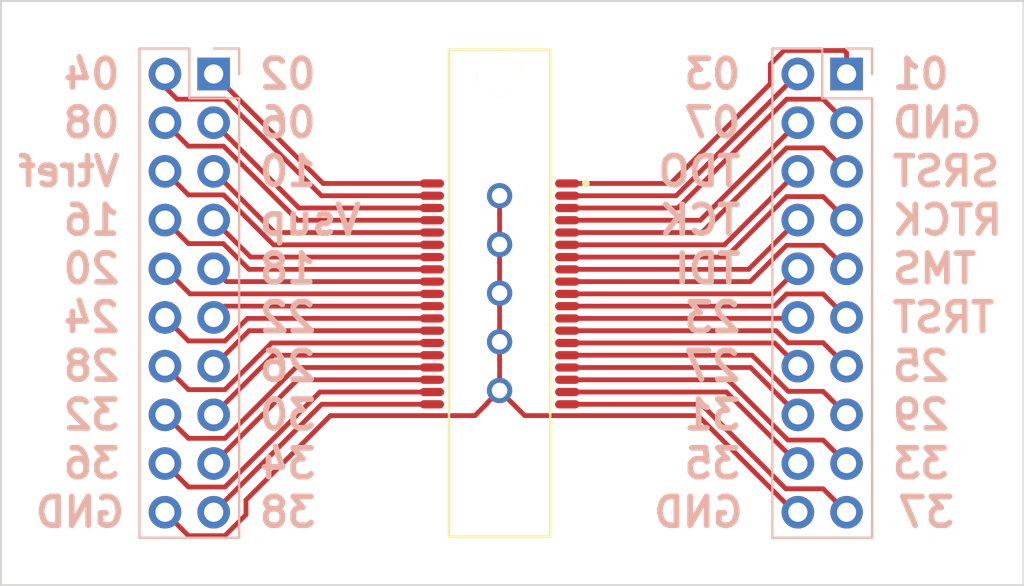
<source format=kicad_pcb>
(kicad_pcb (version 20171130) (host pcbnew 5.0.2-5.fc29)

  (general
    (thickness 1.6002)
    (drawings 44)
    (tracks 153)
    (zones 0)
    (modules 3)
    (nets 40)
  )

  (page USLetter)
  (layers
    (0 Top signal)
    (31 Bottom signal)
    (34 B.Paste user)
    (35 F.Paste user)
    (36 B.SilkS user)
    (37 F.SilkS user)
    (38 B.Mask user)
    (39 F.Mask user)
    (44 Edge.Cuts user)
    (45 Margin user)
    (46 B.CrtYd user)
    (47 F.CrtYd user)
  )

  (setup
    (last_trace_width 0.25)
    (user_trace_width 0.1524)
    (user_trace_width 0.254)
    (user_trace_width 0.381)
    (user_trace_width 0.508)
    (trace_clearance 0.25)
    (zone_clearance 0.508)
    (zone_45_only no)
    (trace_min 0.1524)
    (segment_width 0.2)
    (edge_width 0.1)
    (via_size 0.8)
    (via_drill 0.4)
    (via_min_size 0.508)
    (via_min_drill 0.254)
    (user_via 1.905 0.254)
    (uvia_size 0.3)
    (uvia_drill 0.1)
    (uvias_allowed no)
    (uvia_min_size 0.2)
    (uvia_min_drill 0.1)
    (pcb_text_width 0.3)
    (pcb_text_size 1.5 1.5)
    (mod_edge_width 0.15)
    (mod_text_size 1 1)
    (mod_text_width 0.15)
    (pad_size 0.43 1.27)
    (pad_drill 0)
    (pad_to_mask_clearance 0.0508)
    (aux_axis_origin 0 0)
    (visible_elements FFFFFF7F)
    (pcbplotparams
      (layerselection 0x010fc_ffffffff)
      (usegerberextensions false)
      (usegerberattributes false)
      (usegerberadvancedattributes false)
      (creategerberjobfile false)
      (excludeedgelayer true)
      (linewidth 0.100000)
      (plotframeref false)
      (viasonmask false)
      (mode 1)
      (useauxorigin false)
      (hpglpennumber 1)
      (hpglpenspeed 20)
      (hpglpendiameter 15.000000)
      (psnegative false)
      (psa4output false)
      (plotreference true)
      (plotvalue true)
      (plotinvisibletext false)
      (padsonsilk false)
      (subtractmaskfromsilk false)
      (outputformat 1)
      (mirror false)
      (drillshape 1)
      (scaleselection 1)
      (outputdirectory ""))
  )

  (net 0 "")
  (net 1 "Net-(J1-Pad39)")
  (net 2 "Net-(J1-Pad37)")
  (net 3 "Net-(J1-Pad35)")
  (net 4 "Net-(J1-Pad33)")
  (net 5 "Net-(J1-Pad31)")
  (net 6 "Net-(J1-Pad29)")
  (net 7 "Net-(J1-Pad27)")
  (net 8 "Net-(J1-Pad25)")
  (net 9 "Net-(J1-Pad23)")
  (net 10 "Net-(J1-Pad21)")
  (net 11 "Net-(J1-Pad19)")
  (net 12 "Net-(J1-Pad17)")
  (net 13 "Net-(J1-Pad15)")
  (net 14 "Net-(J1-Pad13)")
  (net 15 "Net-(J1-Pad11)")
  (net 16 "Net-(J1-Pad9)")
  (net 17 "Net-(J1-Pad7)")
  (net 18 "Net-(J1-Pad5)")
  (net 19 "Net-(J1-Pad3)")
  (net 20 "Net-(J1-Pad1)")
  (net 21 "Net-(J2-Pad2)")
  (net 22 "Net-(J2-Pad4)")
  (net 23 "Net-(J2-Pad6)")
  (net 24 "Net-(J2-Pad8)")
  (net 25 "Net-(J2-Pad10)")
  (net 26 "Net-(J2-Pad12)")
  (net 27 "Net-(J2-Pad14)")
  (net 28 "Net-(J2-Pad16)")
  (net 29 "Net-(J2-Pad18)")
  (net 30 "Net-(J2-Pad20)")
  (net 31 "Net-(J2-Pad22)")
  (net 32 "Net-(J2-Pad24)")
  (net 33 "Net-(J2-Pad26)")
  (net 34 "Net-(J2-Pad28)")
  (net 35 "Net-(J2-Pad30)")
  (net 36 "Net-(J2-Pad32)")
  (net 37 "Net-(J2-Pad34)")
  (net 38 "Net-(J2-Pad36)")
  (net 39 "Net-(J2-Pad38)")

  (net_class Default "This is the default net class."
    (clearance 0.25)
    (trace_width 0.25)
    (via_dia 0.8)
    (via_drill 0.4)
    (uvia_dia 0.3)
    (uvia_drill 0.1)
    (add_net "Net-(J1-Pad1)")
    (add_net "Net-(J1-Pad11)")
    (add_net "Net-(J1-Pad13)")
    (add_net "Net-(J1-Pad15)")
    (add_net "Net-(J1-Pad17)")
    (add_net "Net-(J1-Pad19)")
    (add_net "Net-(J1-Pad21)")
    (add_net "Net-(J1-Pad23)")
    (add_net "Net-(J1-Pad25)")
    (add_net "Net-(J1-Pad27)")
    (add_net "Net-(J1-Pad29)")
    (add_net "Net-(J1-Pad3)")
    (add_net "Net-(J1-Pad31)")
    (add_net "Net-(J1-Pad33)")
    (add_net "Net-(J1-Pad35)")
    (add_net "Net-(J1-Pad37)")
    (add_net "Net-(J1-Pad39)")
    (add_net "Net-(J1-Pad5)")
    (add_net "Net-(J1-Pad7)")
    (add_net "Net-(J1-Pad9)")
    (add_net "Net-(J2-Pad10)")
    (add_net "Net-(J2-Pad12)")
    (add_net "Net-(J2-Pad14)")
    (add_net "Net-(J2-Pad16)")
    (add_net "Net-(J2-Pad18)")
    (add_net "Net-(J2-Pad2)")
    (add_net "Net-(J2-Pad20)")
    (add_net "Net-(J2-Pad22)")
    (add_net "Net-(J2-Pad24)")
    (add_net "Net-(J2-Pad26)")
    (add_net "Net-(J2-Pad28)")
    (add_net "Net-(J2-Pad30)")
    (add_net "Net-(J2-Pad32)")
    (add_net "Net-(J2-Pad34)")
    (add_net "Net-(J2-Pad36)")
    (add_net "Net-(J2-Pad38)")
    (add_net "Net-(J2-Pad4)")
    (add_net "Net-(J2-Pad6)")
    (add_net "Net-(J2-Pad8)")
  )

  (module harman:PinHeader_2x10_P2.54mm_Vertical_Odd (layer Bottom) (tedit 5C959D3E) (tstamp 5CA240D7)
    (at 150.790001 74.930001 180)
    (descr "Through hole straight pin header, 2x10, 2.54mm pitch, double rows")
    (tags "Through hole pin header THT 2x10 2.54mm double row")
    (path /5C923486)
    (fp_text reference J1 (at 1.27 2.33 180) (layer B.SilkS) hide
      (effects (font (size 1 1) (thickness 0.15)) (justify mirror))
    )
    (fp_text value Conn_02x10_Odd (at 1.27 -25.19 180) (layer B.Fab)
      (effects (font (size 1 1) (thickness 0.15)) (justify mirror))
    )
    (fp_line (start 0 1.27) (end 3.81 1.27) (layer B.Fab) (width 0.1))
    (fp_line (start 3.81 1.27) (end 3.81 -24.13) (layer B.Fab) (width 0.1))
    (fp_line (start 3.81 -24.13) (end -1.27 -24.13) (layer B.Fab) (width 0.1))
    (fp_line (start -1.27 -24.13) (end -1.27 0) (layer B.Fab) (width 0.1))
    (fp_line (start -1.27 0) (end 0 1.27) (layer B.Fab) (width 0.1))
    (fp_line (start -1.33 -24.19) (end 3.87 -24.19) (layer B.SilkS) (width 0.12))
    (fp_line (start -1.33 -1.27) (end -1.33 -24.19) (layer B.SilkS) (width 0.12))
    (fp_line (start 3.87 1.33) (end 3.87 -24.19) (layer B.SilkS) (width 0.12))
    (fp_line (start -1.33 -1.27) (end 1.27 -1.27) (layer B.SilkS) (width 0.12))
    (fp_line (start 1.27 -1.27) (end 1.27 1.33) (layer B.SilkS) (width 0.12))
    (fp_line (start 1.27 1.33) (end 3.87 1.33) (layer B.SilkS) (width 0.12))
    (fp_line (start -1.33 0) (end -1.33 1.33) (layer B.SilkS) (width 0.12))
    (fp_line (start -1.33 1.33) (end 0 1.33) (layer B.SilkS) (width 0.12))
    (fp_line (start -1.8 1.8) (end -1.8 -24.65) (layer B.CrtYd) (width 0.05))
    (fp_line (start -1.8 -24.65) (end 4.35 -24.65) (layer B.CrtYd) (width 0.05))
    (fp_line (start 4.35 -24.65) (end 4.35 1.8) (layer B.CrtYd) (width 0.05))
    (fp_line (start 4.35 1.8) (end -1.8 1.8) (layer B.CrtYd) (width 0.05))
    (fp_text user %R (at 1.27 -11.43 90) (layer B.Fab)
      (effects (font (size 1 1) (thickness 0.15)) (justify mirror))
    )
    (pad 1 thru_hole rect (at 0 0 180) (size 1.7 1.7) (drill 1) (layers *.Cu *.Mask)
      (net 20 "Net-(J1-Pad1)"))
    (pad 3 thru_hole oval (at 2.54 0 180) (size 1.7 1.7) (drill 1) (layers *.Cu *.Mask)
      (net 19 "Net-(J1-Pad3)"))
    (pad 5 thru_hole oval (at 0 -2.54 180) (size 1.7 1.7) (drill 1) (layers *.Cu *.Mask)
      (net 18 "Net-(J1-Pad5)"))
    (pad 7 thru_hole oval (at 2.54 -2.54 180) (size 1.7 1.7) (drill 1) (layers *.Cu *.Mask)
      (net 17 "Net-(J1-Pad7)"))
    (pad 9 thru_hole oval (at 0 -5.08 180) (size 1.7 1.7) (drill 1) (layers *.Cu *.Mask)
      (net 16 "Net-(J1-Pad9)"))
    (pad 11 thru_hole oval (at 2.54 -5.08 180) (size 1.7 1.7) (drill 1) (layers *.Cu *.Mask)
      (net 15 "Net-(J1-Pad11)"))
    (pad 13 thru_hole oval (at 0 -7.62 180) (size 1.7 1.7) (drill 1) (layers *.Cu *.Mask)
      (net 14 "Net-(J1-Pad13)"))
    (pad 15 thru_hole oval (at 2.54 -7.62 180) (size 1.7 1.7) (drill 1) (layers *.Cu *.Mask)
      (net 13 "Net-(J1-Pad15)"))
    (pad 17 thru_hole oval (at 0 -10.16 180) (size 1.7 1.7) (drill 1) (layers *.Cu *.Mask)
      (net 12 "Net-(J1-Pad17)"))
    (pad 19 thru_hole oval (at 2.54 -10.16 180) (size 1.7 1.7) (drill 1) (layers *.Cu *.Mask)
      (net 11 "Net-(J1-Pad19)"))
    (pad 21 thru_hole oval (at 0 -12.7 180) (size 1.7 1.7) (drill 1) (layers *.Cu *.Mask)
      (net 10 "Net-(J1-Pad21)"))
    (pad 23 thru_hole oval (at 2.54 -12.7 180) (size 1.7 1.7) (drill 1) (layers *.Cu *.Mask)
      (net 9 "Net-(J1-Pad23)"))
    (pad 25 thru_hole oval (at 0 -15.24 180) (size 1.7 1.7) (drill 1) (layers *.Cu *.Mask)
      (net 8 "Net-(J1-Pad25)"))
    (pad 27 thru_hole oval (at 2.54 -15.24 180) (size 1.7 1.7) (drill 1) (layers *.Cu *.Mask)
      (net 7 "Net-(J1-Pad27)"))
    (pad 29 thru_hole oval (at 0 -17.78 180) (size 1.7 1.7) (drill 1) (layers *.Cu *.Mask)
      (net 6 "Net-(J1-Pad29)"))
    (pad 31 thru_hole oval (at 2.54 -17.78 180) (size 1.7 1.7) (drill 1) (layers *.Cu *.Mask)
      (net 5 "Net-(J1-Pad31)"))
    (pad 33 thru_hole oval (at 0 -20.32 180) (size 1.7 1.7) (drill 1) (layers *.Cu *.Mask)
      (net 4 "Net-(J1-Pad33)"))
    (pad 35 thru_hole oval (at 2.54 -20.32 180) (size 1.7 1.7) (drill 1) (layers *.Cu *.Mask)
      (net 3 "Net-(J1-Pad35)"))
    (pad 37 thru_hole oval (at 0 -22.86 180) (size 1.7 1.7) (drill 1) (layers *.Cu *.Mask)
      (net 2 "Net-(J1-Pad37)"))
    (pad 39 thru_hole oval (at 2.54 -22.86 180) (size 1.7 1.7) (drill 1) (layers *.Cu *.Mask)
      (net 1 "Net-(J1-Pad39)"))
    (model ${KISYS3DMOD}/Connector_PinHeader_2.54mm.3dshapes/PinHeader_2x10_P2.54mm_Vertical.wrl
      (at (xyz 0 0 0))
      (scale (xyz 1 1 1))
      (rotate (xyz 0 0 0))
    )
  )

  (module 5767007-8:TE_5767007-8 (layer Top) (tedit 5C95AF22) (tstamp 5CA2411D)
    (at 132.690001 86.355001 90)
    (path /5C8D618D)
    (attr smd)
    (fp_text reference J2 (at -3.71127 -5.63694 90) (layer F.SilkS) hide
      (effects (font (size 1.00035 1.00035) (thickness 0.05)))
    )
    (fp_text value 5767007-8 (at -3.07904 5.37203 90) (layer F.SilkS) hide
      (effects (font (size 1.00131 1.00131) (thickness 0.05)))
    )
    (fp_line (start -12.7 2.64) (end 12.7 2.64) (layer F.SilkS) (width 0.127))
    (fp_line (start 12.7 2.64) (end 12.7 -2.64) (layer F.SilkS) (width 0.127))
    (fp_line (start 12.7 -2.64) (end -12.7 -2.64) (layer F.SilkS) (width 0.127))
    (fp_line (start -12.7 -2.64) (end -12.7 2.64) (layer F.SilkS) (width 0.127))
    (fp_line (start -12.7 2.64) (end 12.7 2.64) (layer Eco2.User) (width 0.127))
    (fp_line (start 12.7 2.64) (end 12.7 -2.64) (layer Eco2.User) (width 0.127))
    (fp_line (start 12.7 -2.64) (end -12.7 -2.64) (layer Eco2.User) (width 0.127))
    (fp_line (start -12.7 -2.64) (end -12.7 2.64) (layer Eco2.User) (width 0.127))
    (fp_circle (center 5.715 4.5) (end 5.815 4.5) (layer F.SilkS) (width 0.2))
    (fp_line (start -12.95 2.89) (end -6.27 2.89) (layer Eco1.User) (width 0.05))
    (fp_line (start -6.27 2.89) (end -6.27 4.415) (layer Eco1.User) (width 0.05))
    (fp_line (start -6.27 4.415) (end 6.18 4.415) (layer Eco1.User) (width 0.05))
    (fp_line (start 6.18 4.415) (end 6.18 2.89) (layer Eco1.User) (width 0.05))
    (fp_line (start 6.18 2.89) (end 12.95 2.89) (layer Eco1.User) (width 0.05))
    (fp_line (start 12.95 2.89) (end 12.95 -2.89) (layer Eco1.User) (width 0.05))
    (fp_line (start 12.95 -2.89) (end 6.18 -2.89) (layer Eco1.User) (width 0.05))
    (fp_line (start 6.18 -2.89) (end 6.18 -4.415) (layer Eco1.User) (width 0.05))
    (fp_line (start 6.18 -4.415) (end -6.27 -4.415) (layer Eco1.User) (width 0.05))
    (fp_line (start -6.27 -4.415) (end -6.27 -2.89) (layer Eco1.User) (width 0.05))
    (fp_line (start -6.27 -2.89) (end -12.95 -2.89) (layer Eco1.User) (width 0.05))
    (fp_line (start -12.95 -2.89) (end -12.95 2.89) (layer Eco1.User) (width 0.05))
    (fp_circle (center 5.67 1.925) (end 5.77 1.925) (layer Eco2.User) (width 0.2))
    (pad 1 smd oval (at 5.715 3.53 90) (size 0.43 1.27) (layers Top F.Paste F.Mask)
      (net 20 "Net-(J1-Pad1)"))
    (pad 2 smd oval (at 5.715 -3.53 90) (size 0.43 1.27) (layers Top F.Paste F.Mask)
      (net 21 "Net-(J2-Pad2)"))
    (pad 3 smd oval (at 5.075 3.53 90) (size 0.43 1.27) (layers Top F.Paste F.Mask)
      (net 19 "Net-(J1-Pad3)"))
    (pad 4 smd oval (at 5.075 -3.53 90) (size 0.43 1.27) (layers Top F.Paste F.Mask)
      (net 22 "Net-(J2-Pad4)"))
    (pad 5 smd oval (at 4.435 3.53 90) (size 0.43 1.27) (layers Top F.Paste F.Mask)
      (net 18 "Net-(J1-Pad5)"))
    (pad 6 smd oval (at 4.435 -3.53 90) (size 0.43 1.27) (layers Top F.Paste F.Mask)
      (net 23 "Net-(J2-Pad6)"))
    (pad 7 smd oval (at 3.795 3.53 90) (size 0.43 1.27) (layers Top F.Paste F.Mask)
      (net 17 "Net-(J1-Pad7)"))
    (pad 8 smd oval (at 3.795 -3.53 90) (size 0.43 1.27) (layers Top F.Paste F.Mask)
      (net 24 "Net-(J2-Pad8)"))
    (pad 9 smd oval (at 3.155 3.53 90) (size 0.43 1.27) (layers Top F.Paste F.Mask)
      (net 16 "Net-(J1-Pad9)"))
    (pad 10 smd oval (at 3.155 -3.53 90) (size 0.43 1.27) (layers Top F.Paste F.Mask)
      (net 25 "Net-(J2-Pad10)"))
    (pad 11 smd oval (at 2.515 3.53 90) (size 0.43 1.27) (layers Top F.Paste F.Mask)
      (net 15 "Net-(J1-Pad11)"))
    (pad 12 smd oval (at 2.515 -3.53 90) (size 0.43 1.27) (layers Top F.Paste F.Mask)
      (net 26 "Net-(J2-Pad12)"))
    (pad 13 smd oval (at 1.875 3.53 90) (size 0.43 1.27) (layers Top F.Paste F.Mask)
      (net 14 "Net-(J1-Pad13)"))
    (pad 14 smd oval (at 1.875 -3.53 90) (size 0.43 1.27) (layers Top F.Paste F.Mask)
      (net 27 "Net-(J2-Pad14)"))
    (pad 15 smd oval (at 1.235 3.53 90) (size 0.43 1.27) (layers Top F.Paste F.Mask)
      (net 13 "Net-(J1-Pad15)"))
    (pad 16 smd oval (at 1.235 -3.53 90) (size 0.43 1.27) (layers Top F.Paste F.Mask)
      (net 28 "Net-(J2-Pad16)"))
    (pad 17 smd oval (at 0.595 3.53 90) (size 0.43 1.27) (layers Top F.Paste F.Mask)
      (net 12 "Net-(J1-Pad17)"))
    (pad 18 smd oval (at 0.595 -3.53 90) (size 0.43 1.27) (layers Top F.Paste F.Mask)
      (net 29 "Net-(J2-Pad18)"))
    (pad 19 smd oval (at -0.045 3.53 90) (size 0.43 1.27) (layers Top F.Paste F.Mask)
      (net 11 "Net-(J1-Pad19)"))
    (pad 20 smd oval (at -0.045 -3.53 90) (size 0.43 1.27) (layers Top F.Paste F.Mask)
      (net 30 "Net-(J2-Pad20)"))
    (pad 21 smd oval (at -0.685 3.53 90) (size 0.43 1.27) (layers Top F.Paste F.Mask)
      (net 10 "Net-(J1-Pad21)"))
    (pad 22 smd oval (at -0.685 -3.53 90) (size 0.43 1.27) (layers Top F.Paste F.Mask)
      (net 31 "Net-(J2-Pad22)"))
    (pad 23 smd oval (at -1.325 3.53 90) (size 0.43 1.27) (layers Top F.Paste F.Mask)
      (net 9 "Net-(J1-Pad23)"))
    (pad 24 smd oval (at -1.325 -3.53 90) (size 0.43 1.27) (layers Top F.Paste F.Mask)
      (net 32 "Net-(J2-Pad24)"))
    (pad 25 smd oval (at -1.965 3.53 90) (size 0.43 1.27) (layers Top F.Paste F.Mask)
      (net 8 "Net-(J1-Pad25)"))
    (pad 26 smd oval (at -1.965 -3.53 90) (size 0.43 1.27) (layers Top F.Paste F.Mask)
      (net 33 "Net-(J2-Pad26)"))
    (pad 27 smd oval (at -2.605 3.53 90) (size 0.43 1.27) (layers Top F.Paste F.Mask)
      (net 7 "Net-(J1-Pad27)"))
    (pad 28 smd oval (at -2.605 -3.53 90) (size 0.43 1.27) (layers Top F.Paste F.Mask)
      (net 34 "Net-(J2-Pad28)"))
    (pad 29 smd oval (at -3.245 3.53 90) (size 0.43 1.27) (layers Top F.Paste F.Mask)
      (net 6 "Net-(J1-Pad29)"))
    (pad 30 smd oval (at -3.245 -3.53 90) (size 0.43 1.27) (layers Top F.Paste F.Mask)
      (net 35 "Net-(J2-Pad30)"))
    (pad 31 smd oval (at -3.885 3.53 90) (size 0.43 1.27) (layers Top F.Paste F.Mask)
      (net 5 "Net-(J1-Pad31)"))
    (pad 32 smd oval (at -3.885 -3.53 90) (size 0.43 1.27) (layers Top F.Paste F.Mask)
      (net 36 "Net-(J2-Pad32)"))
    (pad 33 smd oval (at -4.525 3.53 90) (size 0.43 1.27) (layers Top F.Paste F.Mask)
      (net 4 "Net-(J1-Pad33)"))
    (pad 34 smd oval (at -4.525 -3.53 90) (size 0.43 1.27) (layers Top F.Paste F.Mask)
      (net 37 "Net-(J2-Pad34)"))
    (pad 35 smd oval (at -5.165 3.53 90) (size 0.43 1.27) (layers Top F.Paste F.Mask)
      (net 3 "Net-(J1-Pad35)"))
    (pad 36 smd oval (at -5.165 -3.53 90) (size 0.43 1.27) (layers Top F.Paste F.Mask)
      (net 38 "Net-(J2-Pad36)"))
    (pad 37 smd oval (at -5.805 3.53 90) (size 0.43 1.27) (layers Top F.Paste F.Mask)
      (net 2 "Net-(J1-Pad37)"))
    (pad 38 smd oval (at -5.805 -3.53 90) (size 0.43 1.27) (layers Top F.Paste F.Mask)
      (net 39 "Net-(J2-Pad38)"))
    (pad Hole np_thru_hole circle (at 11.425 0 90) (size 2.39 2.39) (drill 2.39) (layers *.Cu *.Mask F.SilkS))
    (pad S1 thru_hole circle (at 5.075 0 90) (size 1.318 1.318) (drill 0.81) (layers *.Cu *.Mask)
      (net 1 "Net-(J1-Pad39)"))
    (pad S2 thru_hole circle (at 2.535 0 90) (size 1.318 1.318) (drill 0.81) (layers *.Cu *.Mask)
      (net 1 "Net-(J1-Pad39)"))
    (pad S3 thru_hole circle (at -0.005 0 90) (size 1.318 1.318) (drill 0.81) (layers *.Cu *.Mask)
      (net 1 "Net-(J1-Pad39)"))
    (pad S4 thru_hole circle (at -2.545 0 90) (size 1.318 1.318) (drill 0.81) (layers *.Cu *.Mask)
      (net 1 "Net-(J1-Pad39)"))
    (pad S5 thru_hole circle (at -5.085 0 90) (size 1.318 1.318) (drill 0.81) (layers *.Cu *.Mask)
      (net 1 "Net-(J1-Pad39)"))
  )

  (module harman:PinHeader_2x10_P2.54mm_Vertical_Even (layer Bottom) (tedit 5C959D3A) (tstamp 5CA24147)
    (at 117.775001 74.930001 180)
    (descr "Through hole straight pin header, 2x10, 2.54mm pitch, double rows")
    (tags "Through hole pin header THT 2x10 2.54mm double row")
    (path /5C92354E)
    (fp_text reference J3 (at 1.27 2.33 180) (layer B.SilkS) hide
      (effects (font (size 1 1) (thickness 0.15)) (justify mirror))
    )
    (fp_text value Conn_02x10_Even (at 1.27 -25.19 180) (layer B.Fab)
      (effects (font (size 1 1) (thickness 0.15)) (justify mirror))
    )
    (fp_text user %R (at 1.27 -11.43 90) (layer B.Fab)
      (effects (font (size 1 1) (thickness 0.15)) (justify mirror))
    )
    (fp_line (start 4.35 1.8) (end -1.8 1.8) (layer B.CrtYd) (width 0.05))
    (fp_line (start 4.35 -24.65) (end 4.35 1.8) (layer B.CrtYd) (width 0.05))
    (fp_line (start -1.8 -24.65) (end 4.35 -24.65) (layer B.CrtYd) (width 0.05))
    (fp_line (start -1.8 1.8) (end -1.8 -24.65) (layer B.CrtYd) (width 0.05))
    (fp_line (start -1.33 1.33) (end 0 1.33) (layer B.SilkS) (width 0.12))
    (fp_line (start -1.33 0) (end -1.33 1.33) (layer B.SilkS) (width 0.12))
    (fp_line (start 1.27 1.33) (end 3.87 1.33) (layer B.SilkS) (width 0.12))
    (fp_line (start 1.27 -1.27) (end 1.27 1.33) (layer B.SilkS) (width 0.12))
    (fp_line (start -1.33 -1.27) (end 1.27 -1.27) (layer B.SilkS) (width 0.12))
    (fp_line (start 3.87 1.33) (end 3.87 -24.19) (layer B.SilkS) (width 0.12))
    (fp_line (start -1.33 -1.27) (end -1.33 -24.19) (layer B.SilkS) (width 0.12))
    (fp_line (start -1.33 -24.19) (end 3.87 -24.19) (layer B.SilkS) (width 0.12))
    (fp_line (start -1.27 0) (end 0 1.27) (layer B.Fab) (width 0.1))
    (fp_line (start -1.27 -24.13) (end -1.27 0) (layer B.Fab) (width 0.1))
    (fp_line (start 3.81 -24.13) (end -1.27 -24.13) (layer B.Fab) (width 0.1))
    (fp_line (start 3.81 1.27) (end 3.81 -24.13) (layer B.Fab) (width 0.1))
    (fp_line (start 0 1.27) (end 3.81 1.27) (layer B.Fab) (width 0.1))
    (pad 40 thru_hole oval (at 2.54 -22.86 180) (size 1.7 1.7) (drill 1) (layers *.Cu *.Mask)
      (net 1 "Net-(J1-Pad39)"))
    (pad 38 thru_hole oval (at 0 -22.86 180) (size 1.7 1.7) (drill 1) (layers *.Cu *.Mask)
      (net 39 "Net-(J2-Pad38)"))
    (pad 36 thru_hole oval (at 2.54 -20.32 180) (size 1.7 1.7) (drill 1) (layers *.Cu *.Mask)
      (net 38 "Net-(J2-Pad36)"))
    (pad 34 thru_hole oval (at 0 -20.32 180) (size 1.7 1.7) (drill 1) (layers *.Cu *.Mask)
      (net 37 "Net-(J2-Pad34)"))
    (pad 32 thru_hole oval (at 2.54 -17.78 180) (size 1.7 1.7) (drill 1) (layers *.Cu *.Mask)
      (net 36 "Net-(J2-Pad32)"))
    (pad 30 thru_hole oval (at 0 -17.78 180) (size 1.7 1.7) (drill 1) (layers *.Cu *.Mask)
      (net 35 "Net-(J2-Pad30)"))
    (pad 28 thru_hole oval (at 2.54 -15.24 180) (size 1.7 1.7) (drill 1) (layers *.Cu *.Mask)
      (net 34 "Net-(J2-Pad28)"))
    (pad 26 thru_hole oval (at 0 -15.24 180) (size 1.7 1.7) (drill 1) (layers *.Cu *.Mask)
      (net 33 "Net-(J2-Pad26)"))
    (pad 24 thru_hole oval (at 2.54 -12.7 180) (size 1.7 1.7) (drill 1) (layers *.Cu *.Mask)
      (net 32 "Net-(J2-Pad24)"))
    (pad 22 thru_hole oval (at 0 -12.7 180) (size 1.7 1.7) (drill 1) (layers *.Cu *.Mask)
      (net 31 "Net-(J2-Pad22)"))
    (pad 20 thru_hole oval (at 2.54 -10.16 180) (size 1.7 1.7) (drill 1) (layers *.Cu *.Mask)
      (net 30 "Net-(J2-Pad20)"))
    (pad 18 thru_hole oval (at 0 -10.16 180) (size 1.7 1.7) (drill 1) (layers *.Cu *.Mask)
      (net 29 "Net-(J2-Pad18)"))
    (pad 16 thru_hole oval (at 2.54 -7.62 180) (size 1.7 1.7) (drill 1) (layers *.Cu *.Mask)
      (net 28 "Net-(J2-Pad16)"))
    (pad 14 thru_hole oval (at 0 -7.62 180) (size 1.7 1.7) (drill 1) (layers *.Cu *.Mask)
      (net 27 "Net-(J2-Pad14)"))
    (pad 12 thru_hole oval (at 2.54 -5.08 180) (size 1.7 1.7) (drill 1) (layers *.Cu *.Mask)
      (net 26 "Net-(J2-Pad12)"))
    (pad 10 thru_hole oval (at 0 -5.08 180) (size 1.7 1.7) (drill 1) (layers *.Cu *.Mask)
      (net 25 "Net-(J2-Pad10)"))
    (pad 8 thru_hole oval (at 2.54 -2.54 180) (size 1.7 1.7) (drill 1) (layers *.Cu *.Mask)
      (net 24 "Net-(J2-Pad8)"))
    (pad 6 thru_hole oval (at 0 -2.54 180) (size 1.7 1.7) (drill 1) (layers *.Cu *.Mask)
      (net 23 "Net-(J2-Pad6)"))
    (pad 4 thru_hole oval (at 2.54 0 180) (size 1.7 1.7) (drill 1) (layers *.Cu *.Mask)
      (net 22 "Net-(J2-Pad4)"))
    (pad 2 thru_hole rect (at 0 0 180) (size 1.7 1.7) (drill 1) (layers *.Cu *.Mask)
      (net 21 "Net-(J2-Pad2)"))
    (model ${KISYS3DMOD}/Connector_PinHeader_2.54mm.3dshapes/PinHeader_2x10_P2.54mm_Vertical.wrl
      (at (xyz 0 0 0))
      (scale (xyz 1 1 1))
      (rotate (xyz 0 0 0))
    )
  )

  (gr_text GND (at 113.284 97.79) (layer B.SilkS) (tstamp 5C95AEB4)
    (effects (font (size 1.5 1.5) (thickness 0.3)) (justify left mirror))
  )
  (gr_text GND (at 145.542 97.79) (layer B.SilkS) (tstamp 5C95AEB4)
    (effects (font (size 1.5 1.5) (thickness 0.3)) (justify left mirror))
  )
  (gr_text 35 (at 145.415 95.25) (layer B.SilkS) (tstamp 5C95AEC6)
    (effects (font (size 1.5 1.5) (thickness 0.3)) (justify left mirror))
  )
  (gr_text 31 (at 145.415 92.71) (layer B.SilkS)
    (effects (font (size 1.5 1.5) (thickness 0.3)) (justify left mirror))
  )
  (gr_text 27 (at 145.415 90.17) (layer B.SilkS)
    (effects (font (size 1.5 1.5) (thickness 0.3)) (justify left mirror))
  )
  (gr_text 23 (at 145.415 87.63) (layer B.SilkS)
    (effects (font (size 1.5 1.5) (thickness 0.3)) (justify left mirror))
  )
  (gr_text 07 (at 145.415 77.47) (layer B.SilkS)
    (effects (font (size 1.5 1.5) (thickness 0.3)) (justify left mirror))
  )
  (gr_text 33 (at 153.035 95.25) (layer B.SilkS)
    (effects (font (size 1.5 1.5) (thickness 0.3)) (justify right mirror))
  )
  (gr_text 29 (at 153.035 92.71) (layer B.SilkS)
    (effects (font (size 1.5 1.5) (thickness 0.3)) (justify right mirror))
  )
  (gr_text 25 (at 153.035 90.17) (layer B.SilkS)
    (effects (font (size 1.5 1.5) (thickness 0.3)) (justify right mirror))
  )
  (gr_text GND (at 153.035 77.47) (layer B.SilkS)
    (effects (font (size 1.5 1.5) (thickness 0.3)) (justify right mirror))
  )
  (gr_text 36 (at 113.03 95.25) (layer B.SilkS)
    (effects (font (size 1.5 1.5) (thickness 0.3)) (justify left mirror))
  )
  (gr_text 32 (at 113.03 92.71) (layer B.SilkS)
    (effects (font (size 1.5 1.5) (thickness 0.3)) (justify left mirror))
  )
  (gr_text 34 (at 120.015 95.25) (layer B.SilkS)
    (effects (font (size 1.5 1.5) (thickness 0.3)) (justify right mirror))
  )
  (gr_text 30 (at 120.015 92.71) (layer B.SilkS)
    (effects (font (size 1.5 1.5) (thickness 0.3)) (justify right mirror))
  )
  (gr_text 26 (at 120.015 90.17) (layer B.SilkS)
    (effects (font (size 1.5 1.5) (thickness 0.3)) (justify right mirror))
  )
  (gr_text 28 (at 113.03 90.17) (layer B.SilkS)
    (effects (font (size 1.5 1.5) (thickness 0.3)) (justify left mirror))
  )
  (gr_text 24 (at 113.03 87.63) (layer B.SilkS)
    (effects (font (size 1.5 1.5) (thickness 0.3)) (justify left mirror))
  )
  (gr_text 22 (at 120.015 87.63) (layer B.SilkS)
    (effects (font (size 1.5 1.5) (thickness 0.3)) (justify right mirror))
  )
  (gr_text 20 (at 113.03 85.09) (layer B.SilkS)
    (effects (font (size 1.5 1.5) (thickness 0.3)) (justify left mirror))
  )
  (gr_text 18 (at 120.015 85.09) (layer B.SilkS)
    (effects (font (size 1.5 1.5) (thickness 0.3)) (justify right mirror))
  )
  (gr_text 16 (at 113.03 82.55) (layer B.SilkS)
    (effects (font (size 1.5 1.5) (thickness 0.3)) (justify left mirror))
  )
  (gr_text 10 (at 120.015 80.01) (layer B.SilkS)
    (effects (font (size 1.5 1.5) (thickness 0.3)) (justify right mirror))
  )
  (gr_text 08 (at 113.03 77.47) (layer B.SilkS)
    (effects (font (size 1.5 1.5) (thickness 0.3)) (justify left mirror))
  )
  (gr_text 06 (at 120.015 77.47) (layer B.SilkS)
    (effects (font (size 1.5 1.5) (thickness 0.3)) (justify right mirror))
  )
  (gr_text Vsup (at 120.015 82.55) (layer B.SilkS)
    (effects (font (size 1.5 1.5) (thickness 0.3)) (justify right mirror))
  )
  (gr_text Vtref (at 113.03 80.01) (layer B.SilkS)
    (effects (font (size 1.5 1.5) (thickness 0.3)) (justify left mirror))
  )
  (gr_line (start 160.02 71.12) (end 106.68 71.12) (layer Edge.Cuts) (width 0.1))
  (gr_line (start 160.02 101.6) (end 160.02 71.12) (layer Edge.Cuts) (width 0.1))
  (gr_line (start 106.68 101.6) (end 160.02 101.6) (layer Edge.Cuts) (width 0.1))
  (gr_line (start 106.68 71.12) (end 106.68 101.6) (layer Edge.Cuts) (width 0.1))
  (gr_text TRST (at 153.035 87.63) (layer B.SilkS)
    (effects (font (size 1.5 1.5) (thickness 0.3)) (justify right mirror))
  )
  (gr_text TDI (at 145.415 85.09) (layer B.SilkS) (tstamp 5CA247F3)
    (effects (font (size 1.5 1.5) (thickness 0.3)) (justify left mirror))
  )
  (gr_text TMS (at 153.035 85.09) (layer B.SilkS)
    (effects (font (size 1.5 1.5) (thickness 0.3)) (justify right mirror))
  )
  (gr_text TCK (at 145.415 82.55) (layer B.SilkS)
    (effects (font (size 1.5 1.5) (thickness 0.3)) (justify left mirror))
  )
  (gr_text RTCK (at 153.035 82.55) (layer B.SilkS)
    (effects (font (size 1.5 1.5) (thickness 0.3)) (justify right mirror))
  )
  (gr_text TDO (at 145.415 80.01) (layer B.SilkS)
    (effects (font (size 1.5 1.5) (thickness 0.3)) (justify left mirror))
  )
  (gr_text SRST (at 153.035 80.01) (layer B.SilkS)
    (effects (font (size 1.5 1.5) (thickness 0.3)) (justify right mirror))
  )
  (gr_text 38 (at 120.015 97.79) (layer B.SilkS)
    (effects (font (size 1.5 1.5) (thickness 0.3)) (justify right mirror))
  )
  (gr_text 04 (at 113.03 74.93) (layer B.SilkS)
    (effects (font (size 1.5 1.5) (thickness 0.3)) (justify left mirror))
  )
  (gr_text 02 (at 120.015 74.93) (layer B.SilkS)
    (effects (font (size 1.5 1.5) (thickness 0.3)) (justify right mirror))
  )
  (gr_text 37 (at 154.94 97.79) (layer B.SilkS)
    (effects (font (size 1.5 1.5) (thickness 0.3)) (justify mirror))
  )
  (gr_text 03 (at 145.415 74.93) (layer B.SilkS)
    (effects (font (size 1.5 1.5) (thickness 0.3)) (justify left mirror))
  )
  (gr_text 01 (at 153.035 74.93) (layer B.SilkS)
    (effects (font (size 1.5 1.5) (thickness 0.3)) (justify right mirror))
  )

  (segment (start 132.690001 82.211967) (end 132.690001 83.820001) (width 0.25) (layer Top) (net 1))
  (segment (start 132.690001 81.280001) (end 132.690001 82.211967) (width 0.25) (layer Top) (net 1))
  (segment (start 132.690001 84.751967) (end 132.690001 86.360001) (width 0.25) (layer Top) (net 1))
  (segment (start 132.690001 83.820001) (end 132.690001 84.751967) (width 0.25) (layer Top) (net 1))
  (segment (start 132.690001 86.360001) (end 132.690001 88.900001) (width 0.25) (layer Top) (net 1))
  (segment (start 132.690001 89.831967) (end 132.690001 91.440001) (width 0.25) (layer Top) (net 1))
  (segment (start 132.690001 88.900001) (end 132.690001 89.831967) (width 0.25) (layer Top) (net 1))
  (segment (start 143.042002 92.750002) (end 148.082001 97.790001) (width 0.25) (layer Top) (net 1))
  (segment (start 148.082001 97.790001) (end 148.250001 97.790001) (width 0.25) (layer Top) (net 1))
  (segment (start 132.690001 91.440001) (end 134.000002 92.750002) (width 0.25) (layer Top) (net 1))
  (segment (start 134.000002 92.750002) (end 143.042002 92.750002) (width 0.25) (layer Top) (net 1))
  (segment (start 132.031002 92.099) (end 132.031002 92.123998) (width 0.25) (layer Top) (net 1))
  (segment (start 132.690001 91.440001) (end 132.031002 92.099) (width 0.25) (layer Top) (net 1))
  (segment (start 131.404998 92.750002) (end 123.865002 92.750002) (width 0.25) (layer Top) (net 1))
  (segment (start 132.031002 92.123998) (end 131.404998 92.750002) (width 0.25) (layer Top) (net 1))
  (segment (start 123.865002 92.750002) (end 119.460004 97.155) (width 0.25) (layer Top) (net 1))
  (segment (start 116.460002 99.015002) (end 116.085 98.64) (width 0.25) (layer Top) (net 1))
  (segment (start 116.085 98.64) (end 115.235001 97.790001) (width 0.25) (layer Top) (net 1))
  (segment (start 118.363002 99.015002) (end 116.460002 99.015002) (width 0.25) (layer Top) (net 1))
  (segment (start 119.460004 97.918) (end 118.363002 99.015002) (width 0.25) (layer Top) (net 1))
  (segment (start 119.460004 97.155) (end 119.460004 97.918) (width 0.25) (layer Top) (net 1))
  (segment (start 136.220001 92.160001) (end 143.214001 92.160001) (width 0.25) (layer Top) (net 2))
  (segment (start 149.940002 96.940002) (end 150.790001 97.790001) (width 0.25) (layer Top) (net 2))
  (segment (start 149.565 96.565) (end 149.940002 96.940002) (width 0.25) (layer Top) (net 2))
  (segment (start 147.619 96.565) (end 149.565 96.565) (width 0.25) (layer Top) (net 2))
  (segment (start 143.214001 92.160001) (end 147.619 96.565) (width 0.25) (layer Top) (net 2))
  (segment (start 144.520001 91.520001) (end 148.250001 95.250001) (width 0.25) (layer Top) (net 3))
  (segment (start 136.220001 91.520001) (end 144.520001 91.520001) (width 0.25) (layer Top) (net 3))
  (segment (start 149.940002 94.400002) (end 150.790001 95.250001) (width 0.25) (layer Top) (net 4))
  (segment (start 149.565 94.025) (end 149.940002 94.400002) (width 0.25) (layer Top) (net 4))
  (segment (start 147.73212 94.025) (end 149.565 94.025) (width 0.25) (layer Top) (net 4))
  (segment (start 144.587121 90.880001) (end 147.73212 94.025) (width 0.25) (layer Top) (net 4))
  (segment (start 136.220001 90.880001) (end 144.587121 90.880001) (width 0.25) (layer Top) (net 4))
  (segment (start 145.780001 90.240001) (end 148.250001 92.710001) (width 0.25) (layer Top) (net 5))
  (segment (start 136.220001 90.240001) (end 145.780001 90.240001) (width 0.25) (layer Top) (net 5))
  (segment (start 149.940002 91.860002) (end 150.790001 92.710001) (width 0.25) (layer Top) (net 6))
  (segment (start 149.565 91.485) (end 149.940002 91.860002) (width 0.25) (layer Top) (net 6))
  (segment (start 147.751998 91.485) (end 149.565 91.485) (width 0.25) (layer Top) (net 6))
  (segment (start 145.866999 89.600001) (end 147.751998 91.485) (width 0.25) (layer Top) (net 6))
  (segment (start 136.220001 89.600001) (end 145.866999 89.600001) (width 0.25) (layer Top) (net 6))
  (segment (start 147.040001 88.960001) (end 148.250001 90.170001) (width 0.25) (layer Top) (net 7))
  (segment (start 136.220001 88.960001) (end 147.040001 88.960001) (width 0.25) (layer Top) (net 7))
  (segment (start 149.565 88.945) (end 149.940002 89.320002) (width 0.25) (layer Top) (net 8))
  (segment (start 147.73212 88.945) (end 149.565 88.945) (width 0.25) (layer Top) (net 8))
  (segment (start 149.940002 89.320002) (end 150.790001 90.170001) (width 0.25) (layer Top) (net 8))
  (segment (start 147.107121 88.320001) (end 147.73212 88.945) (width 0.25) (layer Top) (net 8))
  (segment (start 136.220001 88.320001) (end 147.107121 88.320001) (width 0.25) (layer Top) (net 8))
  (segment (start 148.200001 87.680001) (end 148.250001 87.630001) (width 0.25) (layer Top) (net 9))
  (segment (start 136.220001 87.680001) (end 148.200001 87.680001) (width 0.25) (layer Top) (net 9))
  (segment (start 149.940002 86.780002) (end 150.790001 87.630001) (width 0.25) (layer Top) (net 10))
  (segment (start 149.565 86.405) (end 149.940002 86.780002) (width 0.25) (layer Top) (net 10))
  (segment (start 147.662 86.405) (end 149.565 86.405) (width 0.25) (layer Top) (net 10))
  (segment (start 147.026999 87.040001) (end 147.662 86.405) (width 0.25) (layer Top) (net 10))
  (segment (start 136.220001 87.040001) (end 147.026999 87.040001) (width 0.25) (layer Top) (net 10))
  (segment (start 146.940001 86.400001) (end 148.250001 85.090001) (width 0.25) (layer Top) (net 11))
  (segment (start 136.220001 86.400001) (end 146.940001 86.400001) (width 0.25) (layer Top) (net 11))
  (segment (start 149.940002 84.240002) (end 150.790001 85.090001) (width 0.25) (layer Top) (net 12))
  (segment (start 149.565 83.865) (end 149.940002 84.240002) (width 0.25) (layer Top) (net 12))
  (segment (start 147.662 83.865) (end 149.565 83.865) (width 0.25) (layer Top) (net 12))
  (segment (start 145.766999 85.760001) (end 147.662 83.865) (width 0.25) (layer Top) (net 12))
  (segment (start 136.220001 85.760001) (end 145.766999 85.760001) (width 0.25) (layer Top) (net 12))
  (segment (start 145.680001 85.120001) (end 148.250001 82.550001) (width 0.25) (layer Top) (net 13))
  (segment (start 136.220001 85.120001) (end 145.680001 85.120001) (width 0.25) (layer Top) (net 13))
  (segment (start 149.940002 81.700002) (end 150.790001 82.550001) (width 0.25) (layer Top) (net 14))
  (segment (start 149.565 81.325) (end 149.940002 81.700002) (width 0.25) (layer Top) (net 14))
  (segment (start 147.662 81.325) (end 149.565 81.325) (width 0.25) (layer Top) (net 14))
  (segment (start 144.506999 84.480001) (end 147.662 81.325) (width 0.25) (layer Top) (net 14))
  (segment (start 136.220001 84.480001) (end 144.506999 84.480001) (width 0.25) (layer Top) (net 14))
  (segment (start 144.420001 83.840001) (end 148.250001 80.010001) (width 0.25) (layer Top) (net 15))
  (segment (start 136.220001 83.840001) (end 144.420001 83.840001) (width 0.25) (layer Top) (net 15))
  (segment (start 149.940002 79.160002) (end 150.790001 80.010001) (width 0.25) (layer Top) (net 16))
  (segment (start 149.565 78.785) (end 149.940002 79.160002) (width 0.25) (layer Top) (net 16))
  (segment (start 147.662 78.785) (end 149.565 78.785) (width 0.25) (layer Top) (net 16))
  (segment (start 143.246999 83.200001) (end 147.662 78.785) (width 0.25) (layer Top) (net 16))
  (segment (start 136.220001 83.200001) (end 143.246999 83.200001) (width 0.25) (layer Top) (net 16))
  (segment (start 143.160001 82.560001) (end 148.250001 77.470001) (width 0.25) (layer Top) (net 17))
  (segment (start 136.220001 82.560001) (end 143.160001 82.560001) (width 0.25) (layer Top) (net 17))
  (segment (start 149.940002 76.620002) (end 150.790001 77.470001) (width 0.25) (layer Top) (net 18))
  (segment (start 149.565 76.245) (end 149.940002 76.620002) (width 0.25) (layer Top) (net 18))
  (segment (start 141.986999 81.920001) (end 147.662 76.245) (width 0.25) (layer Top) (net 18))
  (segment (start 147.662 76.245) (end 149.565 76.245) (width 0.25) (layer Top) (net 18))
  (segment (start 136.220001 81.920001) (end 141.986999 81.920001) (width 0.25) (layer Top) (net 18))
  (segment (start 141.900001 81.280001) (end 148.250001 74.930001) (width 0.25) (layer Top) (net 19))
  (segment (start 136.220001 81.280001) (end 141.900001 81.280001) (width 0.25) (layer Top) (net 19))
  (segment (start 136.220001 80.640001) (end 141.609999 80.640001) (width 0.25) (layer Top) (net 20))
  (segment (start 141.609999 80.640001) (end 146.812 75.438) (width 0.25) (layer Top) (net 20))
  (segment (start 150.790001 73.830001) (end 150.790001 74.930001) (width 0.25) (layer Top) (net 20))
  (segment (start 147.529 73.705) (end 150.665 73.705) (width 0.25) (layer Top) (net 20))
  (segment (start 146.812 74.422) (end 147.529 73.705) (width 0.25) (layer Top) (net 20))
  (segment (start 150.665 73.705) (end 150.790001 73.830001) (width 0.25) (layer Top) (net 20))
  (segment (start 146.812 75.438) (end 146.812 74.422) (width 0.25) (layer Top) (net 20))
  (segment (start 123.485001 80.640001) (end 117.775001 74.930001) (width 0.25) (layer Top) (net 21))
  (segment (start 129.160001 80.640001) (end 123.485001 80.640001) (width 0.25) (layer Top) (net 21))
  (segment (start 115.235001 75.611001) (end 115.235001 74.930001) (width 0.25) (layer Top) (net 22))
  (segment (start 115.869 76.245) (end 115.235001 75.611001) (width 0.25) (layer Top) (net 22))
  (segment (start 118.363002 76.245) (end 115.869 76.245) (width 0.25) (layer Top) (net 22))
  (segment (start 123.398003 81.280001) (end 118.363002 76.245) (width 0.25) (layer Top) (net 22))
  (segment (start 129.160001 81.280001) (end 123.398003 81.280001) (width 0.25) (layer Top) (net 22))
  (segment (start 122.225001 81.920001) (end 117.775001 77.470001) (width 0.25) (layer Top) (net 23))
  (segment (start 129.160001 81.920001) (end 122.225001 81.920001) (width 0.25) (layer Top) (net 23))
  (segment (start 116.460002 78.695002) (end 116.085 78.32) (width 0.25) (layer Top) (net 24))
  (segment (start 118.292882 78.695002) (end 116.460002 78.695002) (width 0.25) (layer Top) (net 24))
  (segment (start 122.157881 82.560001) (end 118.292882 78.695002) (width 0.25) (layer Top) (net 24))
  (segment (start 116.085 78.32) (end 115.235001 77.470001) (width 0.25) (layer Top) (net 24))
  (segment (start 129.160001 82.560001) (end 122.157881 82.560001) (width 0.25) (layer Top) (net 24))
  (segment (start 120.965001 83.200001) (end 117.775001 80.010001) (width 0.25) (layer Top) (net 25))
  (segment (start 129.160001 83.200001) (end 120.965001 83.200001) (width 0.25) (layer Top) (net 25))
  (segment (start 116.460002 81.235002) (end 116.085 80.86) (width 0.25) (layer Top) (net 26))
  (segment (start 116.085 80.86) (end 115.235001 80.010001) (width 0.25) (layer Top) (net 26))
  (segment (start 118.292882 81.235002) (end 116.460002 81.235002) (width 0.25) (layer Top) (net 26))
  (segment (start 120.897881 83.840001) (end 118.292882 81.235002) (width 0.25) (layer Top) (net 26))
  (segment (start 129.160001 83.840001) (end 120.897881 83.840001) (width 0.25) (layer Top) (net 26))
  (segment (start 119.705001 84.480001) (end 117.775001 82.550001) (width 0.25) (layer Top) (net 27))
  (segment (start 129.160001 84.480001) (end 119.705001 84.480001) (width 0.25) (layer Top) (net 27))
  (segment (start 116.085 83.4) (end 115.235001 82.550001) (width 0.25) (layer Top) (net 28))
  (segment (start 118.273004 83.775002) (end 116.460002 83.775002) (width 0.25) (layer Top) (net 28))
  (segment (start 116.460002 83.775002) (end 116.085 83.4) (width 0.25) (layer Top) (net 28))
  (segment (start 119.618003 85.120001) (end 118.273004 83.775002) (width 0.25) (layer Top) (net 28))
  (segment (start 129.160001 85.120001) (end 119.618003 85.120001) (width 0.25) (layer Top) (net 28))
  (segment (start 118.445001 85.760001) (end 117.775001 85.090001) (width 0.25) (layer Top) (net 29))
  (segment (start 129.160001 85.760001) (end 118.445001 85.760001) (width 0.25) (layer Top) (net 29))
  (segment (start 116.545001 86.400001) (end 115.235001 85.090001) (width 0.25) (layer Top) (net 30))
  (segment (start 129.160001 86.400001) (end 116.545001 86.400001) (width 0.25) (layer Top) (net 30))
  (segment (start 118.365001 87.040001) (end 117.775001 87.630001) (width 0.25) (layer Top) (net 31))
  (segment (start 129.160001 87.040001) (end 118.365001 87.040001) (width 0.25) (layer Top) (net 31))
  (segment (start 116.085 88.48) (end 115.235001 87.630001) (width 0.25) (layer Top) (net 32))
  (segment (start 116.460002 88.855002) (end 116.085 88.48) (width 0.25) (layer Top) (net 32))
  (segment (start 118.363002 88.855002) (end 116.460002 88.855002) (width 0.25) (layer Top) (net 32))
  (segment (start 119.538003 87.680001) (end 118.363002 88.855002) (width 0.25) (layer Top) (net 32))
  (segment (start 129.160001 87.680001) (end 119.538003 87.680001) (width 0.25) (layer Top) (net 32))
  (segment (start 119.625001 88.320001) (end 117.775001 90.170001) (width 0.25) (layer Top) (net 33))
  (segment (start 129.160001 88.320001) (end 119.625001 88.320001) (width 0.25) (layer Top) (net 33))
  (segment (start 116.460002 91.395002) (end 116.085 91.02) (width 0.25) (layer Top) (net 34))
  (segment (start 118.363002 91.395002) (end 116.460002 91.395002) (width 0.25) (layer Top) (net 34))
  (segment (start 120.798003 88.960001) (end 118.363002 91.395002) (width 0.25) (layer Top) (net 34))
  (segment (start 116.085 91.02) (end 115.235001 90.170001) (width 0.25) (layer Top) (net 34))
  (segment (start 129.160001 88.960001) (end 120.798003 88.960001) (width 0.25) (layer Top) (net 34))
  (segment (start 120.885001 89.600001) (end 117.775001 92.710001) (width 0.25) (layer Top) (net 35))
  (segment (start 129.160001 89.600001) (end 120.885001 89.600001) (width 0.25) (layer Top) (net 35))
  (segment (start 116.085 93.56) (end 115.235001 92.710001) (width 0.25) (layer Top) (net 36))
  (segment (start 116.460002 93.935002) (end 116.085 93.56) (width 0.25) (layer Top) (net 36))
  (segment (start 118.363002 93.935002) (end 116.460002 93.935002) (width 0.25) (layer Top) (net 36))
  (segment (start 122.058003 90.240001) (end 118.363002 93.935002) (width 0.25) (layer Top) (net 36))
  (segment (start 129.160001 90.240001) (end 122.058003 90.240001) (width 0.25) (layer Top) (net 36))
  (segment (start 122.145001 90.880001) (end 117.775001 95.250001) (width 0.25) (layer Top) (net 37))
  (segment (start 129.160001 90.880001) (end 122.145001 90.880001) (width 0.25) (layer Top) (net 37))
  (segment (start 116.085 96.1) (end 115.235001 95.250001) (width 0.25) (layer Top) (net 38))
  (segment (start 116.460002 96.475002) (end 116.085 96.1) (width 0.25) (layer Top) (net 38))
  (segment (start 118.363002 96.475002) (end 116.460002 96.475002) (width 0.25) (layer Top) (net 38))
  (segment (start 123.318003 91.520001) (end 118.363002 96.475002) (width 0.25) (layer Top) (net 38))
  (segment (start 129.160001 91.520001) (end 123.318003 91.520001) (width 0.25) (layer Top) (net 38))
  (segment (start 123.405001 92.160001) (end 117.775001 97.790001) (width 0.25) (layer Top) (net 39))
  (segment (start 129.160001 92.160001) (end 123.405001 92.160001) (width 0.25) (layer Top) (net 39))

)

</source>
